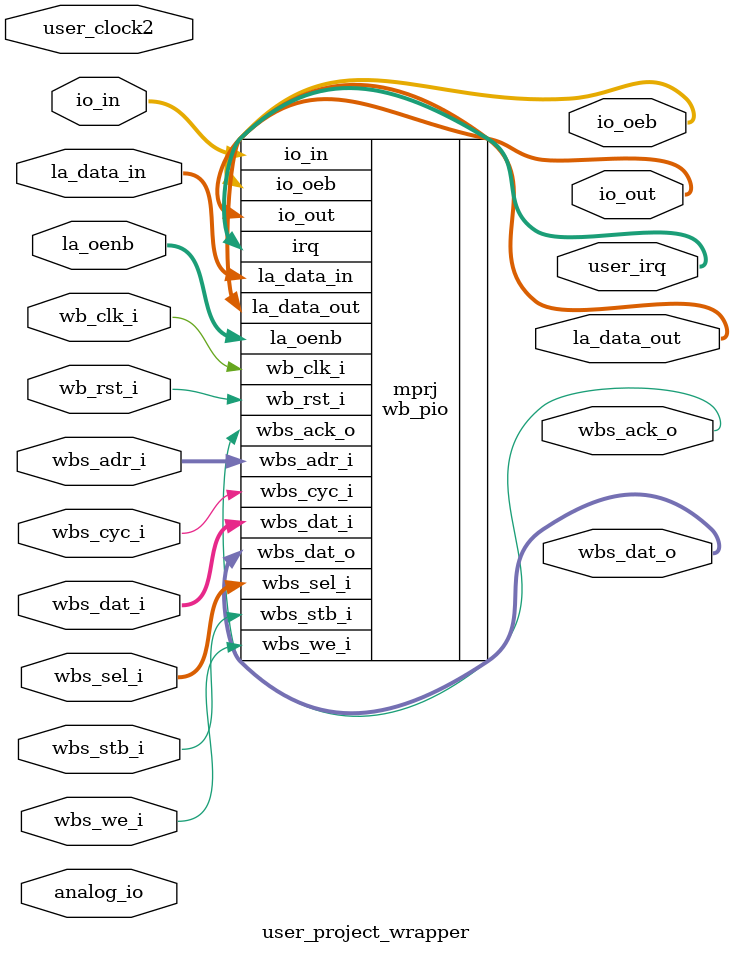
<source format=v>
module user_project_wrapper (user_clock2,
    wb_clk_i,
    wb_rst_i,
    wbs_ack_o,
    wbs_cyc_i,
    wbs_stb_i,
    wbs_we_i,
    analog_io,
    io_in,
    io_oeb,
    io_out,
    la_data_in,
    la_data_out,
    la_oenb,
    user_irq,
    wbs_adr_i,
    wbs_dat_i,
    wbs_dat_o,
    wbs_sel_i);
 input user_clock2;
 input wb_clk_i;
 input wb_rst_i;
 output wbs_ack_o;
 input wbs_cyc_i;
 input wbs_stb_i;
 input wbs_we_i;
 inout [28:0] analog_io;
 input [37:0] io_in;
 output [37:0] io_oeb;
 output [37:0] io_out;
 input [127:0] la_data_in;
 output [127:0] la_data_out;
 input [127:0] la_oenb;
 output [2:0] user_irq;
 input [31:0] wbs_adr_i;
 input [31:0] wbs_dat_i;
 output [31:0] wbs_dat_o;
 input [3:0] wbs_sel_i;


 wb_pio mprj (.wb_clk_i(wb_clk_i),
    .wb_rst_i(wb_rst_i),
    .wbs_ack_o(wbs_ack_o),
    .wbs_cyc_i(wbs_cyc_i),
    .wbs_stb_i(wbs_stb_i),
    .wbs_we_i(wbs_we_i),
    .io_in({io_in[37],
    io_in[36],
    io_in[35],
    io_in[34],
    io_in[33],
    io_in[32],
    io_in[31],
    io_in[30],
    io_in[29],
    io_in[28],
    io_in[27],
    io_in[26],
    io_in[25],
    io_in[24],
    io_in[23],
    io_in[22],
    io_in[21],
    io_in[20],
    io_in[19],
    io_in[18],
    io_in[17],
    io_in[16],
    io_in[15],
    io_in[14],
    io_in[13],
    io_in[12],
    io_in[11],
    io_in[10],
    io_in[9],
    io_in[8],
    io_in[7],
    io_in[6],
    io_in[5],
    io_in[4],
    io_in[3],
    io_in[2],
    io_in[1],
    io_in[0]}),
    .io_oeb({io_oeb[37],
    io_oeb[36],
    io_oeb[35],
    io_oeb[34],
    io_oeb[33],
    io_oeb[32],
    io_oeb[31],
    io_oeb[30],
    io_oeb[29],
    io_oeb[28],
    io_oeb[27],
    io_oeb[26],
    io_oeb[25],
    io_oeb[24],
    io_oeb[23],
    io_oeb[22],
    io_oeb[21],
    io_oeb[20],
    io_oeb[19],
    io_oeb[18],
    io_oeb[17],
    io_oeb[16],
    io_oeb[15],
    io_oeb[14],
    io_oeb[13],
    io_oeb[12],
    io_oeb[11],
    io_oeb[10],
    io_oeb[9],
    io_oeb[8],
    io_oeb[7],
    io_oeb[6],
    io_oeb[5],
    io_oeb[4],
    io_oeb[3],
    io_oeb[2],
    io_oeb[1],
    io_oeb[0]}),
    .io_out({io_out[37],
    io_out[36],
    io_out[35],
    io_out[34],
    io_out[33],
    io_out[32],
    io_out[31],
    io_out[30],
    io_out[29],
    io_out[28],
    io_out[27],
    io_out[26],
    io_out[25],
    io_out[24],
    io_out[23],
    io_out[22],
    io_out[21],
    io_out[20],
    io_out[19],
    io_out[18],
    io_out[17],
    io_out[16],
    io_out[15],
    io_out[14],
    io_out[13],
    io_out[12],
    io_out[11],
    io_out[10],
    io_out[9],
    io_out[8],
    io_out[7],
    io_out[6],
    io_out[5],
    io_out[4],
    io_out[3],
    io_out[2],
    io_out[1],
    io_out[0]}),
    .irq({user_irq[2],
    user_irq[1],
    user_irq[0]}),
    .la_data_in({la_data_in[127],
    la_data_in[126],
    la_data_in[125],
    la_data_in[124],
    la_data_in[123],
    la_data_in[122],
    la_data_in[121],
    la_data_in[120],
    la_data_in[119],
    la_data_in[118],
    la_data_in[117],
    la_data_in[116],
    la_data_in[115],
    la_data_in[114],
    la_data_in[113],
    la_data_in[112],
    la_data_in[111],
    la_data_in[110],
    la_data_in[109],
    la_data_in[108],
    la_data_in[107],
    la_data_in[106],
    la_data_in[105],
    la_data_in[104],
    la_data_in[103],
    la_data_in[102],
    la_data_in[101],
    la_data_in[100],
    la_data_in[99],
    la_data_in[98],
    la_data_in[97],
    la_data_in[96],
    la_data_in[95],
    la_data_in[94],
    la_data_in[93],
    la_data_in[92],
    la_data_in[91],
    la_data_in[90],
    la_data_in[89],
    la_data_in[88],
    la_data_in[87],
    la_data_in[86],
    la_data_in[85],
    la_data_in[84],
    la_data_in[83],
    la_data_in[82],
    la_data_in[81],
    la_data_in[80],
    la_data_in[79],
    la_data_in[78],
    la_data_in[77],
    la_data_in[76],
    la_data_in[75],
    la_data_in[74],
    la_data_in[73],
    la_data_in[72],
    la_data_in[71],
    la_data_in[70],
    la_data_in[69],
    la_data_in[68],
    la_data_in[67],
    la_data_in[66],
    la_data_in[65],
    la_data_in[64],
    la_data_in[63],
    la_data_in[62],
    la_data_in[61],
    la_data_in[60],
    la_data_in[59],
    la_data_in[58],
    la_data_in[57],
    la_data_in[56],
    la_data_in[55],
    la_data_in[54],
    la_data_in[53],
    la_data_in[52],
    la_data_in[51],
    la_data_in[50],
    la_data_in[49],
    la_data_in[48],
    la_data_in[47],
    la_data_in[46],
    la_data_in[45],
    la_data_in[44],
    la_data_in[43],
    la_data_in[42],
    la_data_in[41],
    la_data_in[40],
    la_data_in[39],
    la_data_in[38],
    la_data_in[37],
    la_data_in[36],
    la_data_in[35],
    la_data_in[34],
    la_data_in[33],
    la_data_in[32],
    la_data_in[31],
    la_data_in[30],
    la_data_in[29],
    la_data_in[28],
    la_data_in[27],
    la_data_in[26],
    la_data_in[25],
    la_data_in[24],
    la_data_in[23],
    la_data_in[22],
    la_data_in[21],
    la_data_in[20],
    la_data_in[19],
    la_data_in[18],
    la_data_in[17],
    la_data_in[16],
    la_data_in[15],
    la_data_in[14],
    la_data_in[13],
    la_data_in[12],
    la_data_in[11],
    la_data_in[10],
    la_data_in[9],
    la_data_in[8],
    la_data_in[7],
    la_data_in[6],
    la_data_in[5],
    la_data_in[4],
    la_data_in[3],
    la_data_in[2],
    la_data_in[1],
    la_data_in[0]}),
    .la_data_out({la_data_out[127],
    la_data_out[126],
    la_data_out[125],
    la_data_out[124],
    la_data_out[123],
    la_data_out[122],
    la_data_out[121],
    la_data_out[120],
    la_data_out[119],
    la_data_out[118],
    la_data_out[117],
    la_data_out[116],
    la_data_out[115],
    la_data_out[114],
    la_data_out[113],
    la_data_out[112],
    la_data_out[111],
    la_data_out[110],
    la_data_out[109],
    la_data_out[108],
    la_data_out[107],
    la_data_out[106],
    la_data_out[105],
    la_data_out[104],
    la_data_out[103],
    la_data_out[102],
    la_data_out[101],
    la_data_out[100],
    la_data_out[99],
    la_data_out[98],
    la_data_out[97],
    la_data_out[96],
    la_data_out[95],
    la_data_out[94],
    la_data_out[93],
    la_data_out[92],
    la_data_out[91],
    la_data_out[90],
    la_data_out[89],
    la_data_out[88],
    la_data_out[87],
    la_data_out[86],
    la_data_out[85],
    la_data_out[84],
    la_data_out[83],
    la_data_out[82],
    la_data_out[81],
    la_data_out[80],
    la_data_out[79],
    la_data_out[78],
    la_data_out[77],
    la_data_out[76],
    la_data_out[75],
    la_data_out[74],
    la_data_out[73],
    la_data_out[72],
    la_data_out[71],
    la_data_out[70],
    la_data_out[69],
    la_data_out[68],
    la_data_out[67],
    la_data_out[66],
    la_data_out[65],
    la_data_out[64],
    la_data_out[63],
    la_data_out[62],
    la_data_out[61],
    la_data_out[60],
    la_data_out[59],
    la_data_out[58],
    la_data_out[57],
    la_data_out[56],
    la_data_out[55],
    la_data_out[54],
    la_data_out[53],
    la_data_out[52],
    la_data_out[51],
    la_data_out[50],
    la_data_out[49],
    la_data_out[48],
    la_data_out[47],
    la_data_out[46],
    la_data_out[45],
    la_data_out[44],
    la_data_out[43],
    la_data_out[42],
    la_data_out[41],
    la_data_out[40],
    la_data_out[39],
    la_data_out[38],
    la_data_out[37],
    la_data_out[36],
    la_data_out[35],
    la_data_out[34],
    la_data_out[33],
    la_data_out[32],
    la_data_out[31],
    la_data_out[30],
    la_data_out[29],
    la_data_out[28],
    la_data_out[27],
    la_data_out[26],
    la_data_out[25],
    la_data_out[24],
    la_data_out[23],
    la_data_out[22],
    la_data_out[21],
    la_data_out[20],
    la_data_out[19],
    la_data_out[18],
    la_data_out[17],
    la_data_out[16],
    la_data_out[15],
    la_data_out[14],
    la_data_out[13],
    la_data_out[12],
    la_data_out[11],
    la_data_out[10],
    la_data_out[9],
    la_data_out[8],
    la_data_out[7],
    la_data_out[6],
    la_data_out[5],
    la_data_out[4],
    la_data_out[3],
    la_data_out[2],
    la_data_out[1],
    la_data_out[0]}),
    .la_oenb({la_oenb[127],
    la_oenb[126],
    la_oenb[125],
    la_oenb[124],
    la_oenb[123],
    la_oenb[122],
    la_oenb[121],
    la_oenb[120],
    la_oenb[119],
    la_oenb[118],
    la_oenb[117],
    la_oenb[116],
    la_oenb[115],
    la_oenb[114],
    la_oenb[113],
    la_oenb[112],
    la_oenb[111],
    la_oenb[110],
    la_oenb[109],
    la_oenb[108],
    la_oenb[107],
    la_oenb[106],
    la_oenb[105],
    la_oenb[104],
    la_oenb[103],
    la_oenb[102],
    la_oenb[101],
    la_oenb[100],
    la_oenb[99],
    la_oenb[98],
    la_oenb[97],
    la_oenb[96],
    la_oenb[95],
    la_oenb[94],
    la_oenb[93],
    la_oenb[92],
    la_oenb[91],
    la_oenb[90],
    la_oenb[89],
    la_oenb[88],
    la_oenb[87],
    la_oenb[86],
    la_oenb[85],
    la_oenb[84],
    la_oenb[83],
    la_oenb[82],
    la_oenb[81],
    la_oenb[80],
    la_oenb[79],
    la_oenb[78],
    la_oenb[77],
    la_oenb[76],
    la_oenb[75],
    la_oenb[74],
    la_oenb[73],
    la_oenb[72],
    la_oenb[71],
    la_oenb[70],
    la_oenb[69],
    la_oenb[68],
    la_oenb[67],
    la_oenb[66],
    la_oenb[65],
    la_oenb[64],
    la_oenb[63],
    la_oenb[62],
    la_oenb[61],
    la_oenb[60],
    la_oenb[59],
    la_oenb[58],
    la_oenb[57],
    la_oenb[56],
    la_oenb[55],
    la_oenb[54],
    la_oenb[53],
    la_oenb[52],
    la_oenb[51],
    la_oenb[50],
    la_oenb[49],
    la_oenb[48],
    la_oenb[47],
    la_oenb[46],
    la_oenb[45],
    la_oenb[44],
    la_oenb[43],
    la_oenb[42],
    la_oenb[41],
    la_oenb[40],
    la_oenb[39],
    la_oenb[38],
    la_oenb[37],
    la_oenb[36],
    la_oenb[35],
    la_oenb[34],
    la_oenb[33],
    la_oenb[32],
    la_oenb[31],
    la_oenb[30],
    la_oenb[29],
    la_oenb[28],
    la_oenb[27],
    la_oenb[26],
    la_oenb[25],
    la_oenb[24],
    la_oenb[23],
    la_oenb[22],
    la_oenb[21],
    la_oenb[20],
    la_oenb[19],
    la_oenb[18],
    la_oenb[17],
    la_oenb[16],
    la_oenb[15],
    la_oenb[14],
    la_oenb[13],
    la_oenb[12],
    la_oenb[11],
    la_oenb[10],
    la_oenb[9],
    la_oenb[8],
    la_oenb[7],
    la_oenb[6],
    la_oenb[5],
    la_oenb[4],
    la_oenb[3],
    la_oenb[2],
    la_oenb[1],
    la_oenb[0]}),
    .wbs_adr_i({wbs_adr_i[31],
    wbs_adr_i[30],
    wbs_adr_i[29],
    wbs_adr_i[28],
    wbs_adr_i[27],
    wbs_adr_i[26],
    wbs_adr_i[25],
    wbs_adr_i[24],
    wbs_adr_i[23],
    wbs_adr_i[22],
    wbs_adr_i[21],
    wbs_adr_i[20],
    wbs_adr_i[19],
    wbs_adr_i[18],
    wbs_adr_i[17],
    wbs_adr_i[16],
    wbs_adr_i[15],
    wbs_adr_i[14],
    wbs_adr_i[13],
    wbs_adr_i[12],
    wbs_adr_i[11],
    wbs_adr_i[10],
    wbs_adr_i[9],
    wbs_adr_i[8],
    wbs_adr_i[7],
    wbs_adr_i[6],
    wbs_adr_i[5],
    wbs_adr_i[4],
    wbs_adr_i[3],
    wbs_adr_i[2],
    wbs_adr_i[1],
    wbs_adr_i[0]}),
    .wbs_dat_i({wbs_dat_i[31],
    wbs_dat_i[30],
    wbs_dat_i[29],
    wbs_dat_i[28],
    wbs_dat_i[27],
    wbs_dat_i[26],
    wbs_dat_i[25],
    wbs_dat_i[24],
    wbs_dat_i[23],
    wbs_dat_i[22],
    wbs_dat_i[21],
    wbs_dat_i[20],
    wbs_dat_i[19],
    wbs_dat_i[18],
    wbs_dat_i[17],
    wbs_dat_i[16],
    wbs_dat_i[15],
    wbs_dat_i[14],
    wbs_dat_i[13],
    wbs_dat_i[12],
    wbs_dat_i[11],
    wbs_dat_i[10],
    wbs_dat_i[9],
    wbs_dat_i[8],
    wbs_dat_i[7],
    wbs_dat_i[6],
    wbs_dat_i[5],
    wbs_dat_i[4],
    wbs_dat_i[3],
    wbs_dat_i[2],
    wbs_dat_i[1],
    wbs_dat_i[0]}),
    .wbs_dat_o({wbs_dat_o[31],
    wbs_dat_o[30],
    wbs_dat_o[29],
    wbs_dat_o[28],
    wbs_dat_o[27],
    wbs_dat_o[26],
    wbs_dat_o[25],
    wbs_dat_o[24],
    wbs_dat_o[23],
    wbs_dat_o[22],
    wbs_dat_o[21],
    wbs_dat_o[20],
    wbs_dat_o[19],
    wbs_dat_o[18],
    wbs_dat_o[17],
    wbs_dat_o[16],
    wbs_dat_o[15],
    wbs_dat_o[14],
    wbs_dat_o[13],
    wbs_dat_o[12],
    wbs_dat_o[11],
    wbs_dat_o[10],
    wbs_dat_o[9],
    wbs_dat_o[8],
    wbs_dat_o[7],
    wbs_dat_o[6],
    wbs_dat_o[5],
    wbs_dat_o[4],
    wbs_dat_o[3],
    wbs_dat_o[2],
    wbs_dat_o[1],
    wbs_dat_o[0]}),
    .wbs_sel_i({wbs_sel_i[3],
    wbs_sel_i[2],
    wbs_sel_i[1],
    wbs_sel_i[0]}));
endmodule


</source>
